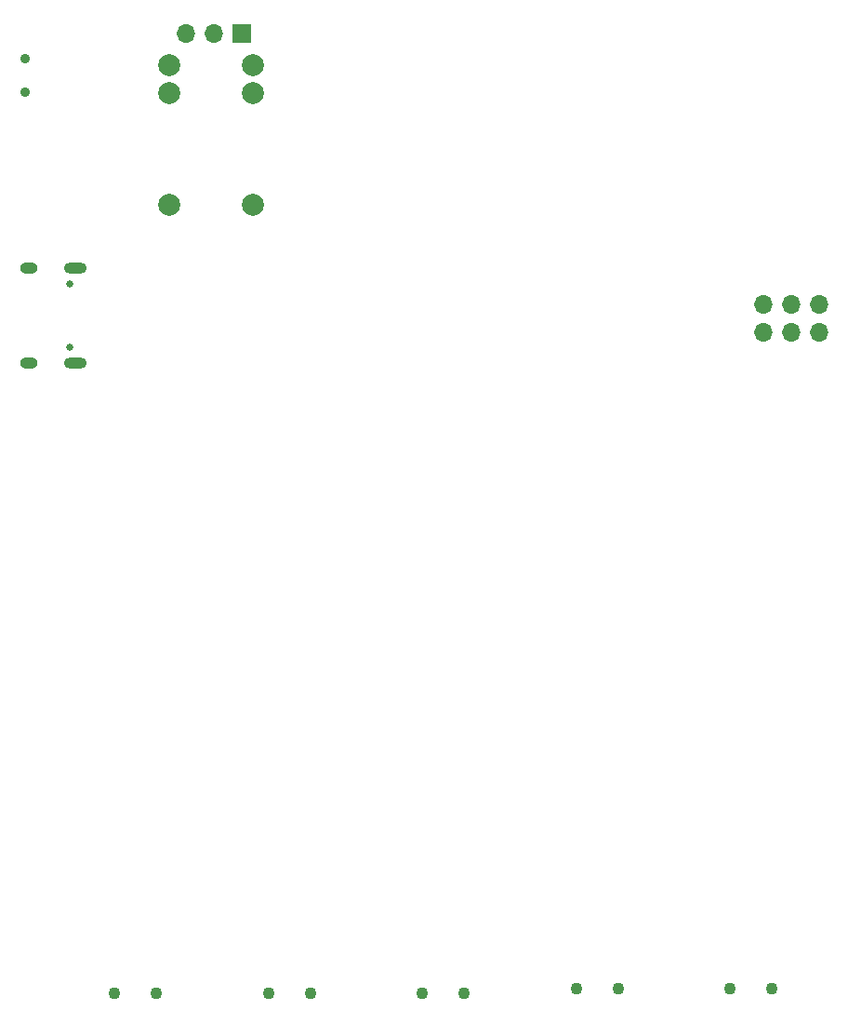
<source format=gbr>
%TF.GenerationSoftware,KiCad,Pcbnew,7.99.0-3134-gf47cc39208*%
%TF.CreationDate,2023-10-18T21:54:17+01:00*%
%TF.ProjectId,hh2024,68683230-3234-42e6-9b69-6361645f7063,rev?*%
%TF.SameCoordinates,Original*%
%TF.FileFunction,Soldermask,Top*%
%TF.FilePolarity,Negative*%
%FSLAX46Y46*%
G04 Gerber Fmt 4.6, Leading zero omitted, Abs format (unit mm)*
G04 Created by KiCad (PCBNEW 7.99.0-3134-gf47cc39208) date 2023-10-18 21:54:17*
%MOMM*%
%LPD*%
G01*
G04 APERTURE LIST*
%ADD10C,1.100000*%
%ADD11C,2.000000*%
%ADD12O,1.700000X1.700000*%
%ADD13O,2.100000X1.000000*%
%ADD14O,1.600000X1.000000*%
%ADD15C,0.650000*%
%ADD16C,0.900000*%
%ADD17R,1.700000X1.700000*%
G04 APERTURE END LIST*
D10*
%TO.C,SW5*%
X158245000Y-151660500D03*
X162045000Y-151660500D03*
%TD*%
%TO.C,SW4*%
X144245000Y-151660500D03*
X148045000Y-151660500D03*
%TD*%
%TO.C,SW3*%
X130233000Y-152094000D03*
X134033000Y-152094000D03*
%TD*%
%TO.C,SW2*%
X116233000Y-152094000D03*
X120033000Y-152094000D03*
%TD*%
%TO.C,SW1*%
X102233000Y-152094000D03*
X106033000Y-152094000D03*
%TD*%
D11*
%TO.C,K1*%
X107188000Y-80391000D03*
X107188000Y-70231000D03*
X107188000Y-67691000D03*
X114808000Y-67691000D03*
X114808000Y-70231000D03*
X114808000Y-80391000D03*
%TD*%
D12*
%TO.C,J1*%
X166355000Y-91953000D03*
X166355000Y-89413000D03*
X163815000Y-91953000D03*
X163815000Y-89413000D03*
X161275000Y-91953000D03*
X161275000Y-89413000D03*
%TD*%
D13*
%TO.C,J4*%
X98620000Y-86120000D03*
D14*
X94440000Y-86120000D03*
D13*
X98620000Y-94760000D03*
D14*
X94440000Y-94760000D03*
D15*
X98090000Y-87550000D03*
X98090000Y-93330000D03*
%TD*%
D16*
%TO.C,SW6*%
X94070000Y-70100000D03*
X94070000Y-67100000D03*
%TD*%
D12*
%TO.C,J2*%
X108682000Y-64770000D03*
X111222000Y-64770000D03*
D17*
X113762000Y-64770000D03*
%TD*%
M02*

</source>
